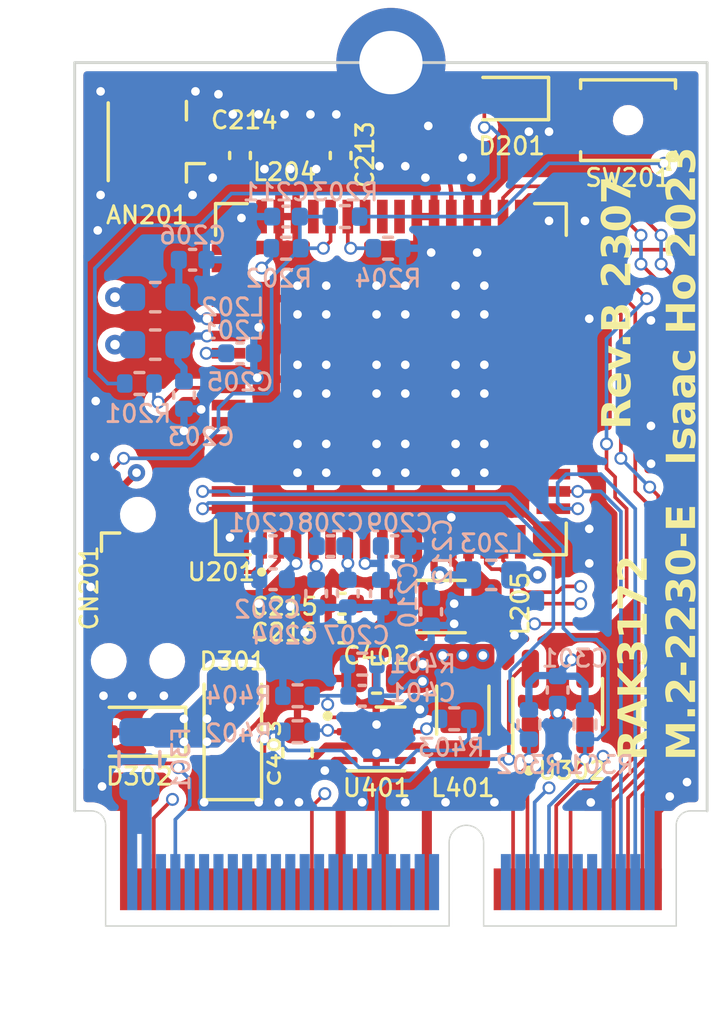
<source format=kicad_pcb>
(kicad_pcb (version 20221018) (generator pcbnew)
  (layers (0 "F.Cu" signal "Layer 1 Front Signals") (1 "In1.Cu" signal "Layer 2 Ground") (2 "In2.Cu" power "Layer 3 Power") (31 "B.Cu" signal "Layer 4 Back Signals") (34 "B.Paste" user) (35 "F.Paste" user) (36 "B.SilkS" user "B.Silkscreen") (37 "F.SilkS" user "F.Silkscreen") (38 "B.Mask" user) (39 "F.Mask" user) (44 "Edge.Cuts" user))
  (net 0 "")
  (net 1 "/RAK3172/RF_OUT_CONN")
  (net 2 "GND")
  (net 3 "3.3V")
  (net 4 "/RAK3172/VDDRF")
  (net 5 "/RAK3172/VDDPA")
  (net 6 "DFU_~{RST}")
  (net 7 "/RAK3172/VDDSMPS")
  (net 8 "/RAK3172/RF_OUT")
  (net 9 "/RAK3172/VFBSMPS")
  (net 10 "Net-(U401-FB)")
  (net 11 "+5V")
  (net 12 "/RAK3172/PA13{slash}SWDIO")
  (net 13 "/RAK3172/PA14{slash}SWCLK")
  (net 15 "Net-(D201-A)")
  (net 16 "/M.2 E-Key Connector/V_{CC}Fused")
  (net 17 "VCC")
  (net 18 "SPI_SCK")
  (net 19 "DFU_FC_TX")
  (net 20 "SPI_SDI")
  (net 21 "DFU_FC_RX")
  (net 22 "SPI_SDO")
  (net 24 "DFU_~{ACTIVE}")
  (net 27 "TX")
  (net 29 "RX")
  (net 30 "RTS")
  (net 32 "CTS")
  (net 33 "I2C_SDA")
  (net 35 "I2C_SCL")
  (net 37 "I2C_INT")
  (net 38 "/M.2 E-Key Connector/EEPROM_A2")
  (net 39 "/M.2 E-Key Connector/EEPROM_A1")
  (net 40 "USB_HOST_D+")
  (net 41 "/M.2 E-Key Connector/EEPROM_A0")
  (net 42 "USB_HOST_D-")
  (net 43 "A0")
  (net 44 "/M.2 E-Key Connector/EEPROM_WP")
  (net 45 "CAN_RX")
  (net 47 "CAN_TX")
  (net 50 "F0{slash}~{INT}")
  (net 52 "F1{slash}~{CS}")
  (net 54 "F2{slash}PWM")
  (net 56 "F3")
  (net 58 "F4")
  (net 60 "F5")
  (net 62 "F6")
  (net 64 "F7")
  (net 69 "DFU_~{BOOT}")
  (net 72 "USB_VIN")
  (net 73 "PWR_EN")
  (net 74 "P73_3.3V_NC")
  (net 75 "/RAK3172/VLXSMPS")
  (net 76 "Net-(U401-LX)")
  (net 77 "/RAK3172/PB1")
  (net 78 "Net-(SW201-B)")
  (net 79 "/RAK3172/BOOT0")
  (net 80 "/Power Supply/3.3VPG")
  (net 81 "/RAK3172/PC13")
  (net 82 "/RAK3172/PA15")
  (net 83 "/RAK3172/PB15")
  (net 84 "/RAK3172/PB5")
  (net 85 "/RAK3172/PB8")
  (net 86 "/RAK3172/PB9")
  (net 87 "/RAK3172/PC0")
  (net 88 "/RAK3172/PC1")
  (net 89 "/RAK3172/PC2")
  (net 90 "/RAK3172/PC3")
  (net 91 "/RAK3172/PC4")
  (net 92 "/RAK3172/PC5")
  (net 93 "/RAK3172/PC6")
  (net 98 "/RAK3172/PB11")
  (net 99 "/RAK3172/PB10")
  (net 100 "/RAK3172/PA9")
  (net 101 "/RAK3172/PA8")
  (net 102 "/RAK3172/PB2")
  (net 103 "/RAK3172/PB12")
  (net 104 "/RAK3172/PB13")
  (net 105 "/RAK3172/PB14")
  (net 106 "/RAK3172/PA10")
  (footprint "Capacitor_SMD:C_0402_1005Metric" (layer "F.Cu") (at 147.2 84.205 -90)
    (fp_text reference "C213")
    (fp_text value "DNF")
  )
  (footprint "Inductor_SMD:L_1206_3216Metric" (layer "F.Cu") (at 151.45 103.475 90)
    (fp_text reference "L401")
    (fp_text value "1uH")
  )
  (footprint "Package_DFN_QFN:DFN-8-1EP_2x2mm_P0.5mm_EP0.9x1.6mm" (layer "F.Cu") (at 148.4375 104.475)
    (fp_text reference "U401")
    (fp_text value "SY8883DFC")
  )
  (footprint "Inductor_SMD:L_1206_3216Metric" (layer "F.Cu") (at 150.7 99.875)
    (fp_text reference "L205")
    (fp_text value "15uH")
  )
  (footprint "Capacitor_SMD:C_0402_1005Metric" (layer "F.Cu") (at 147.25 99.775 180)
    (fp_text reference "C215")
    (fp_text value "470nF")
  )
  (footprint "Capacitor_SMD:C_0402_1005Metric" (layer "F.Cu") (at 143.7 84.205 -90)
    (fp_text reference "C214")
    (fp_text value "DNF")
  )
  (footprint "Capacitor_SMD:C_0603_1608Metric" (layer "F.Cu") (at 148.45 102.375 180)
    (fp_text reference "C402")
    (fp_text value "22uF")
  )
  (footprint "MyLibrary:LGA-73_12x12mm_P0.6mm" (layer "F.Cu") (at 148.95 91.975 90)
    (fp_text reference "U201")
    (fp_text value "RAK3172-SIP")
  )
  (footprint "Connector:Tag-Connect_TC2030-IDC-NL_2x03_P1.27mm_Vertical" (layer "F.Cu") (at 140.15 99.225 -90)
    (fp_text reference "CN201")
    (fp_text value "Conn_ARM_SWD_TagConnect_TC2030-NL")
  )
  (footprint "Inductor_SMD:L_0402_1005Metric" (layer "F.Cu") (at 145.435 83.725 180)
    (fp_text reference "L204")
    (fp_text value "0R")
  )
  (footprint "LED_SMD:LED_0603_1608Metric" (layer "F.Cu") (at 152.95 82.225 180)
    (fp_text reference "D201")
    (fp_text value "LED")
  )
  (footprint "NGFF:NGFF_E" (layer "F.Cu") (at 148.95 110.975)
    (fp_text reference "J301" hide)
    (fp_text value "Conn_02x38_Odd_Even" hide)
    (fp_line (start -11 -4) (end -10.425 -4) (stroke (width 0.05)) (layer "Edge.Cuts"))
    (fp_line (start -9.925 -3.5) (end -9.925 0) (stroke (width 0.05)) (layer "Edge.Cuts"))
    (fp_line (start -9.925 0) (end 0 0) (stroke (width 0.05)) (layer "Edge.Cuts"))
    (fp_line (start 0 0) (end 2.025 0) (stroke (width 0.05)) (layer "Edge.Cuts"))
    (fp_line (start 2.025 0) (end 2.025 -2.9) (stroke (width 0.05)) (layer "Edge.Cuts"))
    (fp_line (start 3.225 -2.9) (end 3.225 0) (stroke (width 0.05)) (layer "Edge.Cuts"))
    (fp_line (start 3.225 0) (end 9.925 0) (stroke (width 0.05)) (layer "Edge.Cuts"))
    (fp_line (start 9.925 0) (end 9.925 -3.5) (stroke (width 0.05)) (layer "Edge.Cuts"))
    (fp_line (start 10.425 -4) (end 11 -4) (stroke (width 0.05)) (layer "Edge.Cuts"))
    (fp_arc (start -10.425 -4) (mid -10.071447 -3.853553) (end -9.925 -3.5) (stroke (width 0.05)) (layer "Edge.Cuts"))
    (fp_arc (start 2.025 -2.9) (mid 2.625 -3.5) (end 3.225 -2.9) (stroke (width 0.05)) (layer "Edge.Cuts"))
    (fp_arc (start 9.925 -3.5) (mid 10.071447 -3.853553) (end 10.425 -4) (stroke (width 0.05)) (layer "Edge.Cuts"))
  )
  (footprint "Connector_Coaxial:U.FL_Hirose_U.FL-R-SMT-1_Vertical" (layer "F.Cu") (at 140.95 83.725 180)
    (fp_text reference "AN201")
    (fp_text value "Conn_Coaxial")
  )
  (footprint "MountingHole:MountingHole_2.2mm_M2_DIN965_Pad_TopBottom" (layer "F.Cu") (at 148.95 80.975)
    (fp_text reference "H301" hide)
    (fp_text value "MountingHole_Pad")
  )
  (footprint "Capacitor_SMD:C_0603_1608Metric" (layer "F.Cu") (at 145.7 104.95 90)
    (fp_text reference "C403")
    (fp_text value "10uF")
  )
  (footprint "Diode_SMD:D_SOD-323" (layer "F.Cu") (at 140.2 104.225 180)
    (fp_text reference "D302")
    (fp_text value "5V")
  )
  (footprint "Capacitor_SMD:C_0402_1005Metric" (layer "F.Cu") (at 147.25 100.775 180)
    (fp_text reference "C216")
    (fp_text value "100nF")
  )
  (footprint "Diode_SMD:D_SOD-123" (layer "F.Cu") (at 143.45 104.225 90)
    (fp_text reference "D301")
    (fp_text value "D_Schottky")
  )
  (footprint "Package_TO_SOT_SMD:SOT-23-5" (layer "F.Cu") (at 154.75 103.175 90)
    (fp_text reference "U302")
    (fp_text value "24LC01")
  )
  (footprint "Button_Switch_SMD:SW_SPST_B3U-1000P-B" (layer "F.Cu") (at 157.2 82.975)
    (fp_text reference "SW201")
    (fp_text value "SW_SPST")
  )
  (footprint "Capacitor_SMD:C_0402_1005Metric" (layer "B.Cu") (at 142.05 87.825)
    (fp_text reference "C206")
    (fp_text value "1uF")
  )
  (footprint "Resistor_SMD:R_0402_1005Metric" (layer "B.Cu") (at 153.75 103.975 -90)
    (fp_text reference "R302")
    (fp_text value "3.3k")
  )
  (footprint "Capacitor_SMD:C_0402_1005Metric" (layer "B.Cu") (at 147.95 102.975 180)
    (fp_text reference "C401")
    (fp_text value "10pF")
  )
  (footprint "Resistor_SMD:R_0402_1005Metric" (layer "B.Cu") (at 151.15 103.775 180)
    (fp_text reference "R403")
    (fp_text value "100k")
  )
  (footprint "Resistor_SMD:R_0402_1005Metric" (layer "B.Cu") (at 145.3 87.425 180)
    (fp_text reference "R202")
    (fp_text value "10k")
  )
  (footprint "Capacitor_SMD:C_0402_1005Metric" (layer "B.Cu") (at 141.75 92.525 -90)
    (fp_text reference "C203")
    (fp_text value "1uF")
  )
  (footprint "Resistor_SMD:R_0402_1005Metric" (layer "B.Cu") (at 147.35 86.325 180)
    (fp_text reference "R203")
    (fp_text value "1k")
  )
  (footprint "Capacitor_SMD:C_0402_1005Metric" (layer "B.Cu") (at 154.75 102.775 -90)
    (fp_text reference "C301")
    (fp_text value "100nF")
  )
  (footprint "Capacitor_SMD:C_0402_1005Metric" (layer "B.Cu") (at 145.3 86.325 180)
    (fp_text reference "C211")
    (fp_text value "100nF")
  )
  (footprint "Inductor_SMD:L_0603_1608Metric" (layer "B.Cu") (at 152.4375 98.775 180)
    (fp_text reference "L203")
    (fp_text value "120")
  )
  (footprint "Inductor_SMD:L_0603_1608Metric" (layer "B.Cu") (at 140.75 89.125 180)
    (fp_text reference "L202")
    (fp_text value "120")
  )
  (footprint "Capacitor_SMD:C_0402_1005Metric" (layer "B.Cu") (at 146.35 99.425 -90)
    (fp_text reference "C204")
    (fp_text value "1uF")
  )
  (footprint "Fuse:Fuse_0805_2012Metric" (layer "B.Cu") (at 140.2 105.175 90)
    (fp_text reference "F301")
    (fp_text value "0.5A")
  )
  (footprint "Resistor_SMD:R_0402_1005Metric" (layer "B.Cu") (at 155.7 103.975 -90)
    (fp_text reference "R301")
    (fp_text value "3.3k")
  )
  (footprint "Inductor_SMD:L_0603_1608Metric" (layer "B.Cu") (at 140.75 90.775 180)
    (fp_text reference "L201")
    (fp_text value "120")
  )
  (footprint "Resistor_SMD:R_0402_1005Metric" (layer "B.Cu") (at 145.7 104.225)
    (fp_text reference "R402")
    (fp_text value "100k")
  )
  (footprint "Resistor_SMD:R_0402_1005Metric" (layer "B.Cu") (at 147.95 101.875 180)
    (fp_text reference "R401")
    (fp_text value "100k")
  )
  (footprint "Capacitor_SMD:C_0402_1005Metric" (layer "B.Cu") (at 143.7 91.075)
    (fp_text reference "C205")
    (fp_text value "100nF")
  )
  (footprint "Capacitor_SMD:C_0402_1005Metric" (layer "B.Cu") (at 148.6 99.425 -90)
    (fp_text reference "C210")
    (fp_text value "100nF")
  )
  (footprint "Resistor_SMD:R_0402_1005Metric" (layer "B.Cu") (at 140.2 92.125 180)
    (fp_text reference "R201")
    (fp_text value "3.3k")
  )
  (footprint "Resistor_SMD:R_0402_1005Metric" (layer "B.Cu") (at 145.7 102.975 180)
    (fp_text reference "R404")
    (fp_text value "22.1k")
  )
  (footprint "Resistor_SMD:R_0402_1005Metric" (layer "B.Cu") (at 148.85 87.425)
    (fp_text reference "R204")
    (fp_text value "10k")
  )
  (footprint "Capacitor_SMD:C_0402_1005Metric" (layer "B.Cu") (at 144.85 98.925 180)
    (fp_text reference "C202")
    (fp_text value "100nF")
  )
  (footprint "Capacitor_SMD:C_0402_1005Metric" (layer "B.Cu") (at 149.08 97.775)
    (fp_text reference "C209")
    (fp_text value "1uF")
  )
  (footprint "Capacitor_SMD:C_0402_1005Metric" (layer "B.Cu") (at 144.85 97.775 180)
    (fp_text reference "C201")
    (fp_text value "4.7uF")
  )
  (footprint "Capacitor_SMD:C_0402_1005Metric" (layer "B.Cu") (at 146.85 97.775 180)
    (fp_text reference "C208")
    (fp_text value "100nF")
  )
  (footprint "Capacitor_SMD:C_0402_1005Metric" (layer "B.Cu") (at 150.35 100.055 -90)
    (fp_text reference "C212")
    (fp_text value "100nF")
  )
  (footprint "Capacitor_SMD:C_0402_1005Metric" (layer "B.Cu") (at 147.45 99.425 -90)
    (fp_text reference "C207")
    (fp_text value "4.7uF")
  )
  (gr_circle (center 146.75 103.675) (end 146.85 103.675) (stroke (width 0.1524)) (fill solid) (layer "F.SilkS"))
  (gr_circle (center 153.75 105.575) (end 153.85 105.575) (stroke (width 0.1524)) (fill solid) (layer "F.SilkS"))
  (gr_line (start 137.95 106.975) (end 137.95 80.975) (stroke (width 0.1)) (layer "Edge.Cuts"))
  (gr_line (start 137.95 80.975) (end 159.95 80.975) (stroke (width 0.1)) (layer "Edge.Cuts"))
  (gr_line (start 159.95 80.975) (end 159.95 106.975) (stroke (width 0.1)) (layer "Edge.Cuts"))
  (gr_text "Isaac Ho 2023" (at 159.7 94.975 90) (layer "F.SilkS") (effects (font (size 1 1) (thickness 0.1524) bold) (justify left bottom)))
  (gr_text "Rev.B 2307" (at 157.45 93.725 90) (layer "F.SilkS") (effects (font (size 1 1) (thickness 0.1524) bold) (justify left bottom)))
  (gr_text "RAK3172\nM.2-2230-E" (at 159.7 105.225 90) (layer "F.SilkS") (effects (font (size 1 1) (thickness 0.1524) bold) (justify left bottom)))
  (segment (start 144.95 83.725) (end 143.7 83.725) (width 0.156464) (layer "F.Cu") (net 1))
  (segment (start 143.7 83.725) (end 142 83.725) (width 0.156464) (layer "F.Cu") (net 1))
  (segment (start 153.517245 96.584981) (end 154.052606 97.120342) (width 0.1524) (layer "F.Cu") (net 2))
  (segment (start 147.867061 103.24726) (end 148.137967 103.24726) (width 0.1524) (layer "F.Cu") (net 2))
  (segment (start 159.571768 105.553232) (end 159.571768 87.596768) (width 0.156464) (layer "F.Cu") (net 2))
  (segment (start 143.187868 105.027132) (end 143.44 104.775) (width 0.1524) (layer "F.Cu") (net 2))
  (segment (start 139.05 106.125) (end 138.9 106.125) (width 0.34925) (layer "F.Cu") (net 2))
  (segment (start 142.7 105.115) (end 142.975736 105.115) (width 0.1524) (layer "F.Cu") (net 2))
  (segment (start 151.05 98.275) (end 151.25 98.475) (width 0.254) (layer "F.Cu") (net 2))
  (segment (start 150.2 109.7) (end 150.2 106.775) (width 0.34925) (layer "F.Cu") (net 2))
  (segment (start 158.2 109.7) (end 158.2 106.975) (width 0.34925) (layer "F.Cu") (net 2))
  (segment (start 149.45 103.725) (end 149.687652 103.725) (width 0.254) (layer "F.Cu") (net 2))
  (segment (start 151.25 99.675) (end 151.15 99.775) (width 0.254) (layer "F.Cu") (net 2))
  (segment (start 146.69066 88.015002) (end 146.477805 88.015002) (width 0.1524) (layer "F.Cu") (net 2))
  (segment (start 145.018284 88.16658) (end 145.033334 88.15153) (width 0.1524) (layer "F.Cu") (net 2))
  (segment (start 149.687652 103.725) (end 149.960746 103.451906) (width 0.254) (layer "F.Cu") (net 2))
  (segment (start 147.2 109.7) (end 147.2 106.775) (width 0.34925) (layer "F.Cu") (net 2))
  (segment (start 148.137967 103.24726) (end 148.205693 103.179534) (width 0.1524) (layer "F.Cu") (net 2))
  (segment (start 153.95 86.975) (end 153.7 87.225) (width 0.1524) (layer "F.Cu") (net 2))
  (segment (start 147.675 102.375) (end 147.675 103.055199) (width 0.1524) (layer "F.Cu") (net 2))
  (segment (start 145.018284 88.379435) (end 145.018284 88.16658) (width 0.1524) (layer "F.Cu") (net 2))
  (segment (start 144.265835 96.605843) (end 143.869152 97.002526) (width 0.1524) (layer "F.Cu") (net 2))
  (segment (start 151.68 81.345) (end 154.1736 81.345) (width 0.127) (layer "F.Cu") (net 2))
  (segment (start 148.205693 103.179534) (end 148.408872 102.976355) (width 0.1524) (layer "F.Cu") (net 2))
  (segment (start 151.25 98.475) (end 151.25 99.675) (width 0.254) (layer "F.Cu") (net 2))
  (segment (start 147 105.225) (end 146.65 105.575) (width 0.254) (layer "F.Cu") (net 2))
  (segment (start 148.408872 102.976355) (end 148.408872 101.699227) (width 0.254) (layer "F.Cu") (net 2))
  (segment (start 148.7 109.7) (end 148.7 106.775) (width 0.34925) (layer "F.Cu") (net 2))
  (segment (start 154.75 103.575) (end 154.75 104.3125) (width 0.254) (layer "F.Cu") (net 2))
  (segment (start 144.394032 87.453101) (end 143.871571 86.93064) (width 0.1524) (layer "F.Cu") (net 2))
  (segment (start 144.574635 87.453101) (end 144.394032 87.453101) (width 0.1524) (layer "F.Cu") (net 2))
  (segment (start 158.2 106.975) (end 158.5 106.675) (width 0.34925) (layer "F.Cu") (net 2))
  (segment (start 139.7 106.775) (end 139.05 106.125) (width 0.34925) (layer "F.Cu") (net 2))
  (segment (start 151.05 97.625) (end 151.05 98.275) (width 0.254) (layer "F.Cu") (net 2))
  (segment (start 147.425 105.225) (end 147 105.225) (width 0.254) (layer "F.Cu") (net 2))
  (segment (start 154.75 103.575) (end 154.75 103.365216) (width 0.508) (layer "F.Cu") (net 2))
  (segment (start 159.58 81.795) (end 159.58 84.2886) (width 0.127) (layer "F.Cu") (net 2))
  (segment (start 147.675 103.055199) (end 147.867061 103.24726) (width 0.254) (layer "F.Cu") (net 2))
  (segment (start 154.75 104.3125) (end 154.75 105.083466) (width 0.127) (layer "F.Cu") (net 2))
  (segment (start 143.96 104.255) (end 144.37 103.845) (width 0.156464) (layer "F.Cu") (net 2))
  (segment (start 139.7 109.7) (end 139.7 106.775) (width 0.34925) (layer "F.Cu") (net 2))
  (via (at 155.85 89.875) (size 0.45) (drill 0.3) (layers "F.Cu" "B.Cu") (net 2))
  (via (at 147.05 82.775) (size 0.6) (drill 0.3) (layers "F.Cu" "B.Cu") (net 2))
  (via (at 152.55 106.675) (size 0.45) (drill 0.3) (layers "F.Cu" "B.Cu") (net 2))
  (via (at 145.7 95.225) (size 0.6) (drill 0.3) (layers "F.Cu" "B.Cu") (net 2))
  (via (at 149.45 89.725) (size 0.6) (drill 0.3) (layers "F.Cu" "B.Cu") (net 2))
  (via (at 142.35 93.025) (size 0.45) (drill 0.3) (layers "F.Cu" "B.Cu") (net 2))
  (via (at 151.05 96.775) (size 0.45) (drill 0.3) (layers "F.Cu" "B.Cu") (net 2))
  (via (at 155.90267 106.680949) (size 0.45) (drill 0.3) (layers "F.Cu" "B.Cu") (net 2))
  (via (at 141.05 102.975) (size 0.45) (drill 0.3) (layers "F.Cu" "B.Cu") (net 2))
  (via (at 145.25 82.775) (size 0.6) (drill 0.3) (layers "F.Cu" "B.Cu") (net 2))
  (via (at 149.45 91.475) (size 0.6) (drill 0.3) (layers "F.Cu" "B.Cu") (net 2))
  (via (at 145.45 84.675) (size 0.6) (drill 0.3) (layers "F.Cu" "B.Cu") (net 2))
  (via (at 151.2 91.475) (size 0.6) (drill 0.3) (layers "F.Cu" "B.Cu") (net 2))
  (via (at 142.95 82.075) (size 0.6) (drill 0.3) (layers "F.Cu" "B.Cu") (net 2))
  (via (at 148.45 91.475) (size 0.6) (drill 0.3) (layers "F.Cu" "B.Cu") (net 2))
  (via (at 148.45 103.975) (size 0.45) (drill 0.3) (layers "F.Cu" "B.Cu") (net 2))
  (via (at 143.35 97.475) (size 0.45) (drill 0.3) (layers "F.Cu" "B.Cu") (net 2))
  (via (at 138.85 81.975) (size 0.6) (drill 0.3) (layers "F.Cu" "B.Cu") (net 2))
  (via (at 158.65 106.475) (size 0.45) (drill 0.3) (layers "F.Cu" "B.Cu") (net 2))
  (via (at 152.2 91.475) (size 0.6) (drill 0.3) (layers "F.Cu" "B.Cu") (net 2))
  (via (at 142.05 85.575) (size 0.6) (drill 0.3) (layers "F.Cu" "B.Cu") (net 2))
  (via (at 146.15 82.775) (size 0.6) (drill 0.3) (layers "F.Cu" "B.Cu") (net 2))
  (via (at 141.75 93.775) (size 0.45) (drill 0.3) (layers "F.Cu" "B.Cu") (net 2))
  (via (at 152.2 88.725) (size 0.6) (drill 0.3) (layers "F.Cu" "B.Cu") (net 2))
  (via (at 144.55 84.675) (size 0.6) (drill 0.3) (layers "F.Cu" "B.Cu") (net 2))
  (via (at 139.95 102.975) (size 0.45) (drill 0.3) (layers "F.Cu" "B.Cu") (net 2))
  (via (at 147.95 106.675) (size 0.45) (drill 0.3) (layers "F.Cu" "B.Cu") (net 2))
  (via (at 151.15 99.775) (size 0.6) (drill 0.3) (layers "F.Cu" "B.Cu") (net 2))
  (via (at 151.2 94.225) (size 0.6) (drill 0.3) (layers "F.Cu" "B.Cu") (net 2))
  (via (at 144.35 106.675) (size 0.45) (drill 0.3) (layers "F.Cu" "B.Cu") (net 2))
  (via (at 148.45 88.725) (size 0.6) (drill 0.3) (layers "F.Cu" "B.Cu") (net 2))
  (via (at 144.3 91.925) (size 0.45) (drill 0.3) (layers "F.Cu" "B.Cu") (net 2))
  (via (at 154.75 105.083466) (size 0.6) (drill 0.3) (layers "F.Cu" "B.Cu") (net 2))
  (via (at 148.45 92.475) (size 0.6) (drill 0.3) (layers "F.Cu" "B.Cu") (net 2))
  (via (at 146.7 92.475) (size 0.6) (drill 0.3) (layers "F.Cu" "B.Cu") (net 2))
  (via (at 148.450652 104.96) (size 0.45) (drill 0.3) (layers "F.Cu" "B.Cu") (net 2))
  (via (at 149.45 94.225) (size 0.6) (drill 0.3) (layers "F.Cu" "B.Cu") (net 2))
  (via (at 143.45 82.775) (size 0.6) (drill 0.3) (layers "F.Cu" "B.Cu") (net 2))
  (via (at 145.7 88.725) (size 0.6) (drill 0.3) (layers "F.Cu" "B.Cu") (net 2))
  (via (at 149.45 84.575) (size 0.6) (drill 0.3) (layers "F.Cu" "B.Cu") (net 2))
  (via (at 142.45 106.675) (size 0.45) (drill 0.3) (layers "F.Cu" "B.Cu") (net 2))
  (via (at 152.2 95.225) (size 0.6) (drill 0.3) (layers "F.Cu" "B.Cu") (net 2))
  (via (at 150.25 83.175) (size 0.6) (drill 0.3) (layers "F.Cu" "B.Cu") (net 2))
  (via (at 145.7 91.475) (size 0.6) (drill 0.3) (layers "F.Cu" "B.Cu") (net 2))
  (via (at 138.9 106.125) (size 0.6) (drill 0.3) (layers "F.Cu" "B.Cu") (net 2))
  (via (at 155.7 86.475) (size 0.45) (drill 0.3) (layers "F.Cu" "B.Cu") (net 2))
  (via (at 148.45 94.225) (size 0.6) (drill 0.3) (layers "F.Cu" "B.Cu") (net 2))
  (via (at 152.2 94.225) (size 0.6) (drill 0.3) (layers "F.Cu" "B.Cu") (net 2))
  (via (at 145.05 106.675) (size 0.45) (drill 0.3) (layers "F.Cu" "B.Cu") (net 2))
  (via (at 155.85 97.175) (size 0.45) (drill 0.3) (layers "F.Cu" "B.Cu") (net 2))
  (via (at 154.45 86.475) (size 0.45) (drill 0.3) (layers "F.Cu" "B.Cu") (net 2))
  (via (at 149.45 92.475) (size 0.6) (drill 0.3) (layers "F.Cu" "B.Cu") (net 2))
  (via (at 154.45 83.375) (size 0.45) (drill 0.3) (layers "F.Cu" "B.Cu") (net 2))
  (via (at 138.85 85.575) (size 0.6) (drill 0.3) (layers "F.Cu" "B.Cu") (net 2))
  (via (at 155.85 98.375) (size 0.45) (drill 0.3) (layers "F.Cu" "B.Cu") (net 2))
  (via (at 151.2 89.725) (size 0.6) (drill 0.3) (layers "F.Cu" "B.Cu") (net 2))
  (via (at 150.15 84.975) (size 0.6) (drill 0.3) (layers "F.Cu" "B.Cu") (net 2))
  (via (at 149.45 95.225) (size 0.6) (drill 0.3) (layers "F.Cu" "B.Cu") (net 2))
  (via (at 144.35 82.775) (size 0.6) (drill 0.3) (layers "F.Cu" "B.Cu") (net 2))
  (via (at 151.15 100.475) (size 0.6) (drill 0.3) (layers "F.Cu" "B.Cu") (net 2))
  (via (at 149.960746 103.451906) (size 0.6) (drill 0.3) (layers "F.Cu" "B.Cu") (net 2))
  (via (at 151.2 95.225) (size 0.6) (drill 0.3) (layers "F.Cu" "B.Cu") (net 2))
  (via (at 142.75 84.975) (size 0.6) (drill 0.3) (layers "F.Cu" "B.Cu") (net 2))
  (via (at 138.75 86.805) (size 0.45) (drill 0.3) (layers "F.Cu" "B.Cu") (net 2))
  (via (at 138.95 102.975) (size 0.45) (drill 0.3) (layers "F.Cu" "B.Cu") (net 2))
  (via (at 145.7 94.225) (size 0.6) (drill 0.3) (layers "F.Cu" "B.Cu") (net 2))
  (via (at 138.5 99.195) (size 0.45) (drill 0.3) (layers "F.Cu" "B.Cu") (net 2))
  (via (at 151.95 87.575) (size 0.45) (drill 0.3) (layers "F.Cu" "B.Cu") (net 2))
  (via (at 151.45 84.275) (size 0.6) (drill 0.3) (layers "F.Cu" "B.Cu") (net 2))
  (via (at 149.45 88.725) (size 0.6) (drill 0.3) (layers "F.Cu" "B.Cu") (net 2))
  (via (at 151.2 88.725) (size 0.6) (drill 0.3) (layers "F.Cu" "B.Cu") (net 2))
  (via (at 151.75 84.975) (size 0.6) (drill 0.3) (layers "F.Cu" "B.Cu") (net 2))
  (via (at 149.45 106.675) (size 0.45) (drill 0.3) (layers "F.Cu" "B.Cu") (net 2))
  (via (at 157.996159 89.931828) (size 0.45) (drill 0.3) (layers "F.Cu" "B.Cu") (net 2))
  (via (at 146.7 94.225) (size 0.6) (drill 0.3) (layers "F.Cu" "B.Cu") (net 2))
  (via (at 152.2 92.475) (size 0.6) (drill 0.3) (layers "F.Cu" "B.Cu") (net 2))
  (via (at 145.7 89.725) (size 0.6) (drill 0.3) (layers "F.Cu" "B.Cu") (net 2))
  (via (at 148.45 95.225) (size 0.6) (drill 0.3) (layers "F.Cu" "B.Cu") (net 2))
  (via (at 150.85 106.675) (size 0.45) (drill 0.3) (layers "F.Cu" "B.Cu") (net 2))
  (via (at 148.55 84.575) (size 0.6) (drill 0.3) (layers "F.Cu" "B.Cu") (net 2))
  (via (at 146.65 105.575) (size 0.45) (drill 0.3) (layers "F.Cu" "B.Cu") (net 2))
  (via (at 144.35 90.175) (size 0.45) (drill 0.3) (layers "F.Cu" "B.Cu") (net 2))
  (via (at 138.65 94.675) (size 0.45) (drill 0.3) (layers "F.Cu" "B.Cu") (net 2))
  (via (at 146.7 89.725) (size 0.6) (drill 0.3) (layers "F.Cu" "B.Cu") (net 2))
  (via (at 142.15 81.975) (size 0.6) (drill 0.3) (layers "F.Cu" "B.Cu") (net 2))
  (via (at 146.7 95.225) (size 0.6) (drill 0.3) (layers "F.Cu" "B.Cu") (net 2))
  (via (at 151.2 92.475) (size 0.6) (drill 0.3) (layers "F.Cu" "B.Cu") (net 2))
  (via (at 153.75 83.375) (size 0.45) (drill 0.3) (layers "F.Cu" "B.Cu") (net 2))
  (via (at 158.000459 94.913483) (size 0.45) (drill 0.3) (layers "F.Cu" "B.Cu") (net 2))
  (via (at 138.68 92.735) (size 0.45) (drill 0.3) (layers "F.Cu" "B.Cu") (net 2))
  (via (at 152.2 89.725) (size 0.6) (drill 0.3) (layers "F.Cu" "B.Cu") (net 2))
  (via (at 145.75 106.675) (size 0.45) (drill 0.3) (layers "F.Cu" "B.Cu") (net 2))
  (via (at 153.25 100.875) (size 0.45) (drill 0.3) (layers "F.Cu" "B.Cu") (net 2))
  (via (at 145.45 99.875) (size 0.45) (drill 0.3) (layers "F.Cu" "B.Cu") (net 2))
  (via (at 146.35 84.675) (size 0.6) (drill 0.3) (layers "F.Cu" "B.Cu") (net 2))
  (via (at 159.25 105.975) (size 0.45) (drill 0.3) (layers "F.Cu" "B.Cu") (net 2))
  (via (at 148.45 89.725) (size 0.6) (drill 0.3) (layers "F.Cu" "B.Cu") (net 2))
  (via (at 144.35 99.775) (size 0.45) (drill 0.3) (layers "F.Cu" "B.Cu") (net 2))
  (via (at 150.35 87.575) (size 0.45) (drill 0.3) (layers "F.Cu" "B.Cu") (net 2))
  (via (at 154.75 103.575) (size 0.45) (drill 0.3) (layers "F.Cu" "B.Cu") (net 2))
  (via (at 143.75 86.375) (size 0.45) (drill 0.3) (layers "F.Cu" "B.Cu") (net 2))
  (via (at 145.7 92.475) (size 0.6) (drill 0.3) (layers "F.Cu" "B.Cu") (net 2))
  (via (at 146.7 88.725) (size 0.6) (drill 0.3) (layers "F.Cu" "B.Cu") (net 2))
  (via (at 146.7 91.475) (size 0.6) (drill 0.3) (layers "F.Cu" "B.Cu") (net 2))
  (via (at 157.996159 93.597655) (size 0.45) (drill 0.3) (layers "F.Cu" "B.Cu") (net 2))
  (via (at 145.95 100.775) (size 0.45) (drill 0.3) (layers "F.Cu" "B.Cu") (net 2))
  (arc (start 142.975736 105.115) (mid 143.090541 105.092164) (end 143.187868 105.027132) (width 0.1524) (layer "F.Cu") (net 2))
  (segment (start 138.3262 92.0512) (end 138.3262 87.675) (width 0.1524) (layer "B.Cu") (net 2))
  (segment (start 156.45 106.675) (end 155.908619 106.675) (width 0.34925) (layer "B.Cu") (net 2))
  (segment (start 150.15 97.075) (end 150.55 97.475) (width 0.254) (layer "B.Cu") (net 2))
  (segment (start 154.75 103.255) (end 154.75 103.575) (width 0.254) (layer "B.Cu") (net 2))
  (segment (start 149.2 97.075) (end 146.1 97.075) (width 0.254) (layer "B.Cu") (net 2))
  (segment (start 150.35 100.535) (end 151.09 100.535) (width 0.254) (layer "B.Cu") (net 2))
  (segment (start 144.6 97.075) (end 143.6 97.075) (width 0.254) (layer "B.Cu") (net 2))
  (segment (start 151.09 100.535) (end 151.15 100.475) (width 0.254) (layer "B.Cu") (net 2))
  (segment (start 146.2 106.905) (end 147.125 106.905) (width 0.141986) (layer "B.Cu") (net 2))
  (segment (start 157.95 109.45) (end 157.95 106.775) (width 0.34925) (layer "B.Cu") (net 2))
  (segment (start 155.908619 106.675) (end 155.90267 106.680949) (width 0.34925) (layer "B.Cu") (net 2))
  (segment (start 144.6 97.075) (end 144.37 97.305) (width 0.254) (layer "B.Cu") (net 2))
  (segment (start 146.37 97.775) (end 146.37 97.345) (width 0.254) (layer "B.Cu") (net 2))
  (segment (start 156.45 109.45) (end 156.45 106.675) (width 0.34925) (layer "B.Cu") (net 2))
  (segment (start 149.56 97.435) (end 149.2 97.075) (width 0.254) (layer "B.Cu") (net 2))
  (segment (start 149.2 97.075) (end 150.15 97.075) (width 0.254) (layer "B.Cu") (net 2))
  (segment (start 146.37 97.345) (end 146.1 97.075) (width 0.254) (layer "B.Cu") (net 2))
  (segment (start 149.56 97.775) (end 149.56 97.435) (width 0.254) (layer "B.Cu") (net 2))
  (segment (start 144.37 97.305) (end 144.37 97.775) (width 0.254) (layer "B.Cu") (net 2))
  (segment (start 146.1 97.075) (end 144.6 97.075) (width 0.254) (layer "B.Cu") (net 2))
  (segment (start 143.6 97.075) (end 143.4 97.275) (width 0.254) (layer "B.Cu") (net 2))
  (segment (start 139.25 97.69) (end 139.25 96.075) (width 0.254) (layer "F.Cu") (net 3))
  (segment (start 146.25 98.375) (end 146.350001 98.475001) (width 0.254) (layer "F.Cu") (net 3))
  (segment (start 143.3 91.075) (end 142.5265 91.075) (width 0.254) (layer "F.Cu") (net 3))
  (segment (start 148.05 98.375) (end 148.05 97.625) (width 0.254) (layer "F.Cu") (net 3))
  (segment (start 147.45 98.375) (end 147.45 97.625) (width 0.254) (layer "F.Cu") (net 3))
  (segment (start 139.515 97.955) (end 139.25 97.69) (width 0.254) (layer "F.Cu") (net 3))
  (segment (start 155.3875 101.725) (end 155.7 102.0375) (width 0.254) (layer "F.Cu") (net 3))
  (segment (start 139.25 96.075) (end 140.1 95.225) (width 0.254) (layer "F.Cu") (net 3))
  (segment (start 146.25 97.625) (end 146.25 98.375) (width 0.254) (layer "F.Cu") (net 3))
  (segment (start 155.232578 101.725) (end 155.3875 101.725) (width 0.254) (layer "F.Cu") (net 3))
  (segment (start 145.65 98.375) (end 145.65 97.625) (width 0.254) (layer "F.Cu") (net 3))
  (via (at 150.05 102.475) (size 0.45) (drill 0.3) (layers "F.Cu" "B.Cu") (net 3))
  (via (at 147.45 98.375) (size 0.45) (drill 0.3) (layers "F.Cu" "B.Cu") (net 3))
  (via (at 155.232578 101.725) (size 0.45) (drill 0.3) (layers "F.Cu" "B.Cu") (net 3))
  (via (at 144.456114 88.112627) (size 0.45) (drill 0.3) (layers "F.Cu" "B.Cu") (net 3))
  (via (at 142.5265 91.075) (size 0.45) (drill 0.3) (layers "F.Cu" "B.Cu") (net 3))
  (via (at 139.35 89.125) (size 0.6858) (drill 0.3302) (layers "F.Cu" "B.Cu") (net 3))
  (via (at 152.15 101.575) (size 0.45) (drill 0.3) (layers "F.Cu" "B.Cu") (net 3))
  (via (at 151.45 101.575) (size 0.45) (drill 0.3) (layers "F.Cu" "B.Cu") (net 3))
  (via (at 148.05 98.375) (size 0.45) (drill 0.3) (layers "F.Cu" "B.Cu") (net 3))
  (via (at 150.05 101.875) (size 0.45) (drill 0.3) (layers "F.Cu" "B.Cu") (net 3))
  (via (at 150.75 101.575) (size 0.45) (drill 0.3) (layers "F.Cu" "B.Cu") (net 3))
  (via (at 140.1 95.225) (size 0.6) (drill 0.3) (layers "F.Cu" "B.Cu") (net 3))
  (via (at 139.35 90.775) (size 0.6858) (drill 0.3302) (layers "F.Cu" "B.Cu") (net 3))
  (via (at 146.350001 98.475001) (size 0.45) (drill 0.3) (layers "F.Cu" "B.Cu") (net 3))
  (via (at 145.65 98.375) (size 0.45) (drill 0.3) (layers "F.Cu" "B.Cu") (net 3))
  (via (at 154.05 98.775) (size 0.6) (drill 0.3) (layers "F.Cu" "B.Cu") (net 3))
  (segment (start 148.6 97.855) (end 148.55 97.805) (width 0.254) (layer "B.Cu") (net 3))
  (segment (start 147.45 98.945) (end 147.45 98.375) (width 0.254) (layer "B.Cu") (net 3))
  (segment (start 149.15 102.975) (end 148.43 102.975) (width 0.156464) (layer "B.Cu") (net 3))
  (segment (start 146.35 98.945) (end 146.35 98.475002) (width 0.254) (layer "B.Cu") (net 3))
  (segment (start 144.79 87.778741) (end 144.456114 88.112627) (width 0.127) (layer "B.Cu") (net 3))
  (segment (start 148.46 101.875) (end 148.46 102.945) (width 0.254) (layer "B.Cu") (net 3))
  (segment (start 148.55 98.375) (end 148.6 98.425) (width 0.254) (layer "B.Cu") (net 3))
  (segment (start 155.7 103.465) (end 155.7 102.575) (width 0.254) (layer "B.Cu") (net 3))
  (segment (start 155.232578 101.725) (end 154.75 102.207578) (width 0.254) (layer "B.Cu") (net 3))
  (segment (start 146.35 98.475002) (end 146.350001 98.475001) (width 0.254) (layer "B.Cu") (net 3))
  (segment (start 148.05 98.375) (end 148.55 98.375) (width 0.254) (layer "B.Cu") (net 3))
  (segment (start 148.6 98.425) (end 148.6 97.855) (width 0.254) (layer "B.Cu") (net 3))
  (segment (start 154 102.275) (end 154.73 102.275) (width 0.254) (layer "B.Cu") (net 3))
  (segment (start 153.225 98.775) (end 154.05 98.775) (width 0.254) (layer "B.Cu") (net 3))
  (segment (start 139.9625 90.775) (end 139.35 90.775) (width 0.254) (layer "B.Cu") (net 3))
  (segment (start 153.75 102.525) (end 154 102.275) (width 0.254) (layer "B.Cu") (net 3))
  (segment (start 148.6 98.945) (end 148.6 98.425) (width 0.254) (layer "B.Cu") (net 3))
  (segment (start 147.45 97.895) (end 147.45 98.375) (width 0.254) (layer "B.Cu") (net 3))
  (segment (start 150.05 102.475) (end 149.65 102.475) (width 0.156464) (layer "B.Cu") (net 3))
  (segment (start 153.75 103.465) (end 153.75 102.525) (width 0.254) (layer "B.Cu") (net 3))
  (segment (start 139.9625 89.125) (end 139.35 89.125) (width 0.254) (layer "B.Cu") (net 3))
  (segment (start 143.22 91.075) (end 142.5265 91.075) (width 0.254) (layer "B.Cu") (net 3))
  (segment (start 144.79 87.425) (end 144.79 87.778741) (width 0.127) (layer "B.Cu") (net 3))
  (segment (start 154.73 102.275) (end 154.75 102.295) (width 0.254) (layer "B.Cu") (net 3))
  (segment (start 155.42 102.295) (end 154.75 102.295) (width 0.254) (layer "B.Cu") (net 3))
  (segment (start 147.33 97.775) (end 147.45 97.895) (width 0.254) (layer "B.Cu") (net 3))
  (segment (start 145.33 97.775) (end 145.33 98.055) (width 0.254) (layer "B.Cu") (net 3))
  (segment (start 145.33 98.695) (end 145.65 98.375) (width 0.254) (layer "B.Cu") (net 3))
  (segment (start 145.33 98.925) (end 145.33 98.695) (width 0.254) (layer "B.Cu") (net 3))
  (segment (start 154.75 102.207578) (end 154.75 102.295) (width 0.254) (layer "B.Cu") (net 3))
  (segment (start 145.33 98.055) (end 145.65 98.375) (width 0.254) (layer "B.Cu") (net 3))
  (segment (start 155.7 102.575) (end 155.42 102.295) (width 0.254) (layer "B.Cu") (net 3))
  (segment (start 149.65 102.475) (end 149.15 102.975) (width 0.156464) (layer "B.Cu") (net 3))
  (segment (start 148.46 102.945) (end 148.43 102.975) (width 0.254) (layer "B.Cu") (net 3))
  (segment (start 143.3 90.475) (end 142.55 90.475) (width 0.254) (layer "F.Cu") (net 4))
  (via (at 142.55 90.475) (size 0.45) (drill 0.3) (layers "F.Cu" "B.Cu") (net 4))
  (segment (start 141.5375 91.3625) (end 141.5375 90.775) (width 0.254) (layer "B.Cu") (net 4))
  (segment (start 141.75 91.575) (end 141.5375 91.3625) (width 0.254) (layer "B.Cu") (net 4))
  (segment (start 141.75 92.045) (end 141.75 91.575) (width 0.254) (layer "B.Cu") (net 4))
  (segment (start 141.5375 90.775) (end 141.8 90.775) (width 0.254) (layer "B.Cu") (net 4))
  (segment (start 142.1 90.475) (end 142.55 90.475) (width 0.254) (layer "B.Cu") (net 4))
  (segment (start 141.8 90.775) (end 142.1 90.475) (width 0.254) (layer "B.Cu") (net 4))
  (segment (start 143.3 89.875) (end 142.55 89.875) (width 0.254) (layer "F.Cu") (net 5))
  (via (at 142.55 89.875) (size 0.45) (drill 0.3) (layers "F.Cu" "B.Cu") (net 5))
  (segment (start 142.55 89.875) (end 142.25 89.875) (width 0.254) (layer "B.Cu") (net 5))
  (segment (start 142.25 89.875) (end 141.5375 89.1625) (width 0.254) (layer "B.Cu") (net 5))
  (segment (start 141.57 87.825) (end 141.57 89.0925) (width 0.254) (layer "B.Cu") (net 5))
  (segment (start 141.5375 89.1625) (end 141.5375 89.125) (width 0.254) (layer "B.Cu") (net 5))
  (segment (start 141.57 89.0925) (end 141.5375 89.125) (width 0.254) (layer "B.Cu") (net 5))
  (segment (start 138.8 105.325) (end 138.35 104.875) (width 0.127) (layer "F.Cu") (net 6))
  (segment (start 138.35 104.875) (end 138.35 100.39) (width 0.127) (layer "F.Cu") (net 6))
  (segment (start 141.4 105.325) (end 138.8 105.325) (width 0.127) (layer "F.Cu") (net 6))
  (segment (start 138.35 100.39) (end 139.515 99.225) (width 0.127) (layer "F.Cu") (net 6))
  (segment (start 141.55 105.475) (end 141.4 105.325) (width 0.127) (layer "F.Cu") (net 6))
  (segment (start 146.85 86.325) (end 146.85 87.175) (width 0.127) (layer "F.Cu") (net 6))
  (segment (start 138.85 95.525) (end 139.65 94.725) (width 0.127) (layer "F.Cu") (net 6))
  (segment (start 146.85 87.175) (end 146.6 87.425) (width 0.127) (layer "F.Cu") (net 6))
  (segment (start 138.85 98.56) (end 138.85 95.525) (width 0.127) (layer "F.Cu") (net 6))
  (segment (start 139.515 99.225) (end 138.85 98.56) (width 0.127) (layer "F.Cu") (net 6))
  (via (at 139.65 94.725) (size 0.45) (drill 0.3) (layers "F.Cu" "B.Cu") (net 6))
  (via (at 141.55 105.475) (size 0.45) (drill 0.3) (layers "F.Cu" "B.Cu") (net 6))
  (via (at 146.6 87.425) (size 0.45) (drill 0.3) (layers "F.Cu" "B.Cu") (net 6))
  (segment (start 141.95 105.875) (end 141.55 105.475) (width 0.127) (layer "B.Cu") (net 6))
  (segment (start 141.95 94.725) (end 139.65 94.725) (width 0.127) (layer "B.Cu") (net 6))
  (segment (start 144.8 88.435) (end 144.8 92.325) (width 0.127) (layer "B.Cu") (net 6))
  (segment (start 141.45 107.275) (end 141.95 106.775) (width 0.127) (layer "B.Cu") (net 6))
  (segment (start 146.6 87.425) (end 145.81 87.425) (width 0.127) (layer "B.Cu") (net 6))
  (segment (start 141.95 106.775) (end 141.95 105.875) (width 0.127) (layer "B.Cu") (net 6))
  (segment (start 142.95 93.725) (end 141.95 94.725) (width 0.127) (layer "B.Cu") (net 6))
  (segment (start 144.8 92.325) (end 144.65 92.475) (width 0.127) (layer "B.Cu") (net 6))
  (segment (start 145.78 87.395) (end 145.81 87.425) (width 0.127) (layer "B.Cu") (net 6))
  (segment (start 142.95 92.975) (end 142.95 93.725) (width 0.127) (layer "B.Cu") (net 6))
  (segment (start 145.78 86.325) (end 146.84 86.325) (width 0.127) (layer "B.Cu") (net 6))
  (segment (start 143.45 92.475) (end 142.95 92.975) (width 0.127) (layer "B.Cu") (net 6))
  (segment (start 141.45 109.45) (end 141.45 107.275) (width 0.127) (layer "B.Cu") (net 6))
  (segment (start 145.81 87.425) (end 144.8 88.435) (width 0.127) (layer "B.Cu") (net 6))
  (segment (start 144.65 92.475) (end 143.45 92.475) (width 0.127) (layer "B.Cu") (net 6))
  (segment (start 145.78 86.325) (end 145.78 87.395) (width 0.127) (layer "B.Cu") (net 6))
  (segment (start 150.45 97.625) (end 150.45 98.575) (width 0.254) (layer "F.Cu") (net 7))
  (segment (start 150.45 98.575) (end 150.65 98.775) (width 0.254) (layer "F.Cu") (net 7))
  (via (at 150.65 98.775) (size 0.6) (drill 0.3) (layers "F.Cu" "B.Cu") (net 7))
  (segment (start 150.35 99.075) (end 150.65 98.775) (width 0.254) (layer "B.Cu") (net 7))
  (segment (start 151.65 98.775) (end 150.65 98.775) (width 0.254) (layer "B.Cu") (net 7))
  (segment (start 150.35 99.575) (end 150.35 99.075) (width 0.254) (layer "B.Cu") (net 7))
  (segment (start 145.92 83.725) (end 147.2 83.725) (width 0.156464) (layer "F.Cu") (net 8))
  (segment (start 149.176986 83.725) (end 147.2 83.725) (width 0.156464) (layer "F.Cu") (net 8))
  (segment (start 151.05 86.325) (end 151.05 85.598014) (width 0.156464) (layer "F.Cu") (net 8))
  (arc (start 151.05 85.598014) (mid 150.501407 84.273593) (end 149.176986 83.725) (width 0.156464) (layer "F.Cu") (net 8))
  (segment (start 148.225 100.775) (end 149.125 99.875) (width 0.254) (layer "F.Cu") (net 9))
  (segment (start 149.125 99.1) (end 149.125 99.875) (width 0.254) (layer "F.Cu") (net 9))
  (segment (start 149.025 99.775) (end 149.125 99.875) (width 0.254) (layer "F.Cu") (net 9))
  (segment (start 147.73 99.775) (end 149.025 99.775) (width 0.254) (layer "F.Cu") (net 9))
  (segment (start 149.85 98.375) (end 149.125 99.1) (width 0.254) (layer "F.Cu") (net 9))
  (segment (start 147.73 100.775) (end 148.225 100.775) (width 0.254) (layer "F.Cu") (net 9))
  (segment (start 149.85 97.625) (end 149.85 98.375) (width 0.254) (layer "F.Cu") (net 9))
  (segment (start 146.75 103.575) (end 146.75 103.275) (width 0.127) (layer "F.Cu") (net 10))
  (segment (start 146.9 103.725) (end 146.75 103.575) (width 0.127) (layer "F.Cu") (net 10))
  (segment (start 147.425 103.725) (end 146.9 103.725) (width 0.127) (layer "F.Cu") (net 10))
  (via (at 146.75 103.275) (size 0.45) (drill 0.3) (layers "F.Cu" "B.Cu") (net 10))
  (segment (start 147.44 102.945) (end 147.47 102.975) (width 0.254) (layer "B.Cu") (net 10))
  (segment (start 147.44 101.875) (end 147.44 102.945) (width 0.254) (layer "B.Cu") (net 10))
  (segment (start 146.21 102.975) (end 146.75 102.975) (width 0.127) (layer "B.Cu") (net 10))
  (segment (start 146.75 102.975) (end 146.75 103.275) (width 0.127) (layer "B.Cu") (net 10))
  (segment (start 146.75 102.975) (end 147.47 102.975) (width 0.127) (layer "B.Cu") (net 10))
  (segment (start 146.7 104.725) (end 145.7 105.725) (width 0.254) (layer "F.Cu") (net 11))
  (segment (start 143.6 105.725) (end 143.45 105.875) (width 0.508) (layer "F.Cu") (net 11))
  (segment (start 145.7 105.725) (end 144.55 105.725) (width 0.508) (layer "F.Cu") (net 11))
  (segment (start 147.425 104.725) (end 146.7 104.725) (width 0.254) (layer "F.Cu") (net 11))
  (segment (start 144.55 105.725) (end 143.6 105.725) (width 0.508) (layer "F.Cu") (net 11))
  (segment (start 144.55 104.475) (end 144.55 105.725) (width 0.127) (layer "F.Cu") (net 11))
  (via (at 144.55 104.475) (size 0.45) (drill 0.3) (layers "F.Cu" "B.Cu") (net 11))
  (segment (start 149.25 105.475) (end 147.85 105.475) (width 0.127) (layer "B.Cu") (net 11))
  (segment (start 147.85 105.475) (end 147.25 104.875) (width 0.127) (layer "B.Cu") (net 11))
  (segment (start 145.19 104.225) (end 144.8 104.225) (width 0.127) (layer "B.Cu") (net 11))
  (segment (start 145.35 104.875) (end 145.19 104.715) (width 0.127) (layer "B.Cu") (net 11))
  (segment (start 144.8 104.225) (end 144.55 104.475) (width 0.127) (layer "B.Cu") (net 11))
  (segment (start 151.25 104.875) (end 149.85 104.875) (width 0.127) (layer "B.Cu") (net 11))
  (segment (start 149.85 104.875) (end 149.25 105.475) (width 0.127) (layer "B.Cu") (net 11))
  (segment (start 147.25 104.875) (end 145.35 104.875) (width 0.127) (layer "B.Cu") (net 11))
  (segment (start 151.66 103.775) (end 151.66 104.465) (width 0.127) (layer "B.Cu") (net 11))
  (segment (start 151.66 104.465) (end 151.25 104.875) (width 0.127) (layer "B.Cu") (net 11))
  (segment (start 145.19 104.715) (end 145.19 104.225) (width 0.127) (layer "B.Cu") (net 11))
  (segment (start 141.13 97.955) (end 140.785 97.955) (width 0.141986) (layer "F.Cu") (net 12))
  (segment (start 144.15 98.675) (end 141.85 98.675) (width 0.141986) (layer "F.Cu") (net 12))
  (segment (start 141.85 98.675) (end 141.13 97.955) (width 0.141986) (layer "F.Cu") (net 12))
  (segment (start 144.45 97.625) (end 144.45 98.375) (width 0.141986) (layer "F.Cu") (net 12))
  (segment (start 144.45 98.375) (end 144.15 98.675) (width 0.141986) (layer "F.Cu") (net 12))
  (segment (start 145.05 97.625) (end 145.05 98.275) (width 0.141986) (layer "F.Cu") (net 13))
  (segment (start 144.35 98.975) (end 141.85 98.975) (width 0.141986) (layer "F.Cu") (net 13))
  (segment (start 141.6 99.225) (end 140.785 99.225) (width 0.141986) (layer "F.Cu") (net 13))
  (segment (start 145.05 98.275) (end 144.35 98.975) (width 0.141986) (layer "F.Cu") (net 13))
  (segment (start 141.85 98.975) (end 141.6 99.225) (width 0.141986) (layer "F.Cu") (net 13))
  (segment (start 152.2 82.2625) (end 152.1625 82.225) (width 0.127) (layer "F.Cu") (net 15))
  (segment (start 152.2 83.225) (end 152.2 82.2625) (width 0.127) (layer "F.Cu") (net 15))
  (via (at 152.2 83.225) (size 0.45) (drill 0.3) (layers "F.Cu" "B.Cu") (net 15))
  (segment (start 152.15 85.525) (end 152.7 84.975) (width 0.127) (layer "B.Cu") (net 15))
  (segment (start 138.65 91.675) (end 138.65 88.125) (width 0.127) (layer "B.Cu") (net 15))
  (segment (start 152.45 83.225) (end 152.2 83.225) (width 0.127) (layer "B.Cu") (net 15))
  (segment (start 140.15 86.625) (end 142.3 86.625) (width 0.127) (layer "B.Cu") (net 15))
  (segment (start 142.3 86.625) (end 143.4 85.525) (width 0.127) (layer "B.Cu") (net 15))
  (segment (start 152.7 84.975) (end 152.7 83.475) (width 0.127) (layer "B.Cu") (net 15))
  (segment (start 139.69 92.125) (end 139.1 92.125) (width 0.127) (layer "B.Cu") (net 15))
  (segment (start 139.1 92.125) (end 138.65 91.675) (width 0.127) (layer "B.Cu") (net 15))
  (segment (start 152.7 83.475) (end 152.45 83.225) (width 0.127) (layer "B.Cu") (net 15))
  (segment (start 138.65 88.125) (end 140.15 86.625) (width 0.127) (layer "B.Cu") (net 15))
  (segment (start 143.4 85.525) (end 152.15 85.525) (width 0.127) (layer "B.Cu") (net 15))
  (via (at 142.55 103.775) (size 0.45) (drill 0.3) (layers "F.Cu" "B.Cu") (net 16))
  (via (at 141.75 104.575) (size 0.45) (drill 0.3) (layers "F.Cu" "B.Cu") (net 16))
  (via (at 142.55 104.575) (size 0.45) (drill 0.3) (layers "F.Cu" "B.Cu") (net 16))
  (via (at 141.75 103.775) (size 0.45) (drill 0.3) (layers "F.Cu" "B.Cu") (net 16))
  (via (at 143.35 103.375) (size 0.45) (drill 0.3) (layers "F.Cu" "B.Cu") (net 16))
  (segment (start 140.45 106.3625) (end 140.2 106.1125) (width 0.254) (layer "B.Cu") (net 17))
  (segment (start 139.95 106.3625) (end 140.2 106.1125) (width 0.254) (layer "B.Cu") (net 17))
  (segment (start 139.95 109.45) (end 139.95 106.3625) (width 0.34925) (layer "B.Cu") (net 17))
  (segment (start 140.45 109.45) (end 140.45 106.3625) (width 0.34925) (layer "B.Cu") (net 17))
  (segment (start 159.15 104.975) (end 159.15 87.975) (width 0.127) (layer "F.Cu") (net 18))
  (segment (start 159.15 87.975) (end 158.65 87.475) (width 0.127) (layer "F.Cu") (net 18))
  (segment (start 158.65 87.475) (end 154.6 87.475) (width 0.127) (layer "F.Cu") (net 18))
  (segment (start 157.7 106.425) (end 159.15 104.975) (width 0.127) (layer "F.Cu") (net 18))
  (segment (start 157.7 109.7) (end 157.7 106.425) (width 0.127) (layer "F.Cu") (net 18))
  (segment (start 154.6 96.475) (end 155.45 96.475) (width 0.127) (layer "F.Cu") (net 19))
  (via (at 155.45 96.475) (size 0.45) (drill 0.3) (layers "F.Cu" "B.Cu") (net 19))
  (segment (start 157.45 109.45) (end 157.45 96.475) (width 0.127) (layer "B.Cu") (net 19))
  (segment (start 157.45 96.475) (end 156.25 95.275) (width 0.127) (layer "B.Cu") (net 19))
  (segment (start 154.75 96.275) (end 154.95 96.475) (width 0.127) (layer "B.Cu") (net 19))
  (segment (start 154.95 96.475) (end 155.45 96.475) (width 0.127) (layer "B.Cu") (net 19))
  (segment (start 154.75 95.575) (end 154.75 96.275) (width 0.127) (layer "B.Cu") (net 19))
  (segment (start 155.05 95.275) (end 154.75 95.575) (width 0.127) (layer "B.Cu") (net 19))
  (segment (start 156.25 95.275) (end 155.05 95.275) (width 0.127) (layer "B.Cu") (net 19))
  (segment (start 157.2 109.7) (end 157.2 106.525) (width 0.127) (layer "F.Cu") (net 20))
  (segment (start 153.25 85.275) (end 156.35 85.275) (width 0.127) (layer "F.Cu") (net 20))
  (segment (start 158.85 104.875) (end 158.85 88.475) (width 0.127) (layer "F.Cu") (net 20))
  (segment (start 152.85 85.675) (end 153.25 85.275) (width 0.127) (layer "F.Cu") (net 20))
  (segment (start 156.65 85.275) (end 158.35 86.975) (width 0.127) (layer "F.Cu") (net 20))
  (segment (start 157.2 106.525) (end 158.85 104.875) (width 0.127) (layer "F.Cu") (net 20))
  (segment (start 158.85 88.475) (end 158.35 87.975) (width 0.127) (layer "F.Cu") (net 20))
  (segment (start 156.35 85.275) (end 156.65 85.275) (width 0.127) (layer "F.Cu") (net 20))
  (segment (start 152.85 86.325) (end 152.85 85.675) (width 0.127) (layer "F.Cu") (net 20))
  (via (at 158.35 86.975) (size 0.45) (drill 0.3) (layers "F.Cu" "B.Cu") (net 20))
  (via (at 158.35 87.975) (size 0.45) (drill 0.3) (layers "F.Cu" "B.Cu") (net 20))
  (segment (start 158.35 86.975) (end 158.35 87.975) (width 0.127) (layer "B.Cu") (net 20))
  (segment (start 154.6 95.875) (end 155.45 95.875) (width 0.127) (layer "F.Cu") (net 21))
  (via (at 155.45 95.875) (size 0.45) (drill 0.3) (layers "F.Cu" "B.Cu") (net 21))
  (segment (start 156.25 95.875) (end 155.45 95.875) (width 0.127) (layer "B.Cu") (net 21))
  (segment (start 156.95 109.45) (end 156.95 96.575) (width 0.127) (layer "B.Cu") (net 21))
  (segment (start 156.95 96.575) (end 156.25 95.875) (width 0.127) (layer "B.Cu") (net 21))
  (segment (start 156.7 106.625) (end 158.55 104.775) (width 0.127) (layer "F.Cu") (net 22))
  (segment (start 153.45 86.325) (end 153.45 85.875) (width 0.127) (layer "F.Cu") (net 22))
  (segment (start 156.25 85.575) (end 156.35 85.675) (width 0.127) (layer "F.Cu") (net 22))
  (segment (start 158.55 104.775) (end 158.55 88.875) (width 0.127) (layer "F.Cu") (net 22))
  (segment (start 153.45 85.875) (end 153.75 85.575) (width 0.127) (layer "F.Cu") (net 22))
  (segment (start 157.65 86.975) (end 156.35 85.675) (width 0.127) (layer "F.Cu") (net 22))
  (segment (start 158.55 88.875) (end 157.65 87.975) (width 0.127) (layer "F.Cu") (net 22))
  (segment (start 153.75 85.575) (end 156.25 85.575) (width 0.127) (layer "F.Cu") (net 22))
  (segment (start 156.7 109.7) (end 156.7 106.625) (width 0.127) (layer "F.Cu") (net 22))
  (via (at 157.65 87.975) (size 0.45) (drill 0.3) (layers "F.Cu" "B.Cu") (net 22))
  (via (at 157.65 86.975) (size 0.45) (drill 0.3) (layers "F.Cu" "B.Cu") (net 22))
  (segment (start 157.65 87.975) (end 157.65 86.975) (width 0.127) (layer "B.Cu") (net 22))
  (segment (start 155.666166 106.25739) (end 156.66761 106.25739) (width 0.127) (layer "F.Cu") (net 27))
  (segment (start 158.25 96.025) (end 157.95 95.725) (width 0.127) (layer "F.Cu") (net 27))
  (segment (start 156.95 89.725) (end 156.95 94.725) (width 0.127) (layer "F.Cu") (net 27))
  (segment (start 155.2 109.7) (end 155.2 106.723556) (width 0.127) (layer "F.Cu") (net 27))
  (segment (start 156.5 89.275) (end 156.95 89.725) (width 0.127) (layer "F.Cu") (net 27))
  (segment (start 158.25 104.675) (end 158.25 96.025) (width 0.127) (layer "F.Cu") (net 27))
  (segment (start 156.66761 106.25739) (end 158.25 104.675) (width 0.127) (layer "F.Cu") (net 27))
  (segment (start 154.6 89.275) (end 156.5 89.275) (width 0.127) (layer "F.Cu") (net 27))
  (segment (start 155.2 106.723556) (end 155.666166 106.25739) (width 0.127) (layer "F.Cu") (net 27))
  (via (at 157.95 95.725) (size 0.45) (drill 0.3) (layers "F.Cu" "B.Cu") (net 27))
  (via (at 156.95 94.725) (size 0.45) (drill 0.3) (layers "F.Cu" "B.Cu") (net 27))
  (segment (start 157.95 95.725) (end 156.95 94.725) (width 0.127) (layer "B.Cu") (net 27))
  (segment (start 154.7 106.797846) (end 155.500611 105.997235) (width 0.127) (layer "F.Cu") (net 29))
  (segment (start 156.6 88.675) (end 154.6 88.675) (width 0.127) (layer "F.Cu") (net 29))
  (segment (start 157.45 95.875) (end 157.45 89.525) (width 0.127) (layer "F.Cu") (net 29))
  (segment (start 157.95 104.575) (end 157.95 96.375) (width 0.127) (layer "F.Cu") (net 29))
  (segment (start 157.95 96.375) (end 157.45 95.875) (width 0.127) (layer "F.Cu") (net 29))
  (segment (start 154.7 109.7) (end 154.7 106.797846) (width 0.127) (layer "F.Cu") (net 29))
  (segment (start 157.45 89.525) (end 156.6 88.675) (width 0.127) (layer "F.Cu") (net 29))
  (segment (start 155.500611 105.997235) (end 156.527765 105.997235) (width 0.127) (layer "F.Cu") (net 29))
  (segment (start 156.527765 105.997235) (end 157.95 104.575) (width 0.127) (layer "F.Cu") (net 29))
  (segment (start 154.05 99.775) (end 155.55 99.775) (width 0.127) (layer "F.Cu") (net 30))
  (segment (start 153.15 99.575) (end 153.35 99.775) (width 0.127) (layer "F.Cu") (net 30))
  (segment (start 152.45 98.575) (end 152.75 98.575) (width 0.127) (layer "F.Cu") (net 30))
  (segment (start 152.25 97.625) (end 152.25 98.375) (width 0.127) (layer "F.Cu") (net 30))
  (segment (start 153.35 99.775) (end 154.05 99.775) (width 0.127) (layer "F.Cu") (net 30))
  (segment (start 153.15 98.975) (end 153.15 99.575) (width 0.127) (layer "F.Cu") (net 30))
  (segment (start 152.75 98.575) (end 153.15 98.975) (width 0.127) (layer "F.Cu") (net 30))
  (segment (start 152.25 98.375) (end 152.45 98.575) (width 0.127) (layer "F.Cu") (net 30))
  (via (at 156.328379 105.077016) (size 0.45) (drill 0.3) (layers "F.Cu" "B.Cu") (net 30))
  (via (at 155.55 99.775) (size 0.45) (drill 0.3) (layers "F.Cu" "B.Cu") (net 30))
  (segment (start 154.45 106.809192) (end 154.45 109.45) (width 0.127) (layer "B.Cu") (net 30))
  (segment (start 156.328379 105.077016) (end 156.328379 105.440374) (width 0.127) (layer "B.Cu") (net 30))
  (segment (start 156.328379 105.440374) (end 155.829569 105.939184) (width 0.127) (layer "B.Cu") (net 30))
  (segment (start 155.320008 105.939184) (end 154.45 106.809192) (width 0.127) (layer "B.Cu") (net 30))
  (segment (start 155.829569 105.939184) (end 155.320008 105.939184) (width 0.127) (layer "B.Cu") (net 30))
  (segment (start 152.85 97.625) (end 152.85 98.275) (width 0.127) (layer "F.Cu") (net 32))
  (segment (start 154.95 99.175) (end 155.55 99.175) (width 0.127) (layer "F.Cu") (net 32))
  (segment (start 154.75 99.375) (end 154.95 99.175) (width 0.127) (layer "F.Cu") (net 32))
  (segment (start 152.85 98.275) (end 153.45 98.875) (width 0.127) (layer "F.Cu") (net 32))
  (segment (start 153.65 99.375) (end 154.75 99.375) (width 0.127) (layer "F.Cu") (net 32))
  (segment (start 153.45 98.875) (end 153.45 99.175) (width 0.127) (layer "F.Cu") (net 32))
  (segment (start 153.45 99.175) (end 153.65 99.375) (width 0.127) (layer "F.Cu") (net 32))
  (via (at 155.55 99.175) (size 0.45) (drill 0.3) (layers "F.Cu" "B.Cu") (net 32))
  (via (at 154.45 106.175) (size 0.45) (drill 0.3) (layers "F.Cu" "B.Cu") (net 32))
  (segment (start 153.95 109.45) (end 153.95 106.675) (width 0.127) (layer "B.Cu") (net 32))
  (segment (start 153.95 106.675) (end 154.45 106.175) (width 0.127) (layer "B.Cu") (net 32))
  (segment (start 143.3 95.875) (end 142.4 95.875) (width 0.127) (layer "F.Cu") (net 33))
  (segment (start 155.7 105.225) (end 155.7 105.175) (width 0.127) (layer "F.Cu") (net 33))
  (segment (start 154.129823 105.595177) (end 155.329823 105.595177) (width 0.127) (layer "F.Cu") (net 33))
  (segment (start 153.7 106.025) (end 154.129823 105.595177) (width 0.127) (layer "F.Cu") (net 33))
  (segment (start 153.7 109.7) (end 153.7 106.025) (width 0.127) (layer "F.Cu") (net 33))
  (segment (start 155.7 105.175) (end 155.7 104.3125) (width 0.127) (layer "F.Cu") (net 33))
  (segment (start 155.329823 105.595177) (end 155.7 105.225) (width 0.127) (layer "F.Cu") (net 33))
  (via (at 155.7 105.175) (size 0.45) (drill 0.3) (layers "F.Cu" "B.Cu") (net 33))
  (via (at 142.4 95.875) (size 0.45) (drill 0.3) (layers "F.Cu" "B.Cu") (net 33))
  (segment (start 153.1 95.975) (end 154.95 97.825) (width 0.127) (layer "B.Cu") (net 33))
  (segment (start 155.35 101.025) (end 156.1 101.025) (width 0.127) (layer "B.Cu") (net 33))
  (segment (start 154.95 97.825) (end 154.95 100.625) (width 0.127) (layer "B.Cu") (net 33))
  (segment (start 143.4 95.975) (end 153.1 95.975) (width 0.127) (layer "B.Cu") (net 33))
  (segment (start 156.1 101.025) (end 156.5 101.425) (width 0.127) (layer "B.Cu") (net 33))
  (segment (start 156.5 101.425) (end 156.5 104.125) (width 0.127) (layer "B.Cu") (net 33))
  (segment (start 142.4 95.875) (end 143.3 95.875) (width 0.127) (layer "B.Cu") (net 33))
  (segment (start 154.95 100.625) (end 155.35 101.025) (width 0.127) (layer "B.Cu") (net 33))
  (segment (start 156.14 104.485) (end 155.7 104.485) (width 0.127) (layer "B.Cu") (net 33))
  (segment (start 155.7 104.485) (end 155.7 105.175) (width 0.127) (layer "B.Cu") (net 33))
  (segment (start 156.5 104.125) (end 156.14 104.485) (width 0.127) (layer "B.Cu") (net 33))
  (segment (start 143.3 95.875) (end 143.4 95.975) (width 0.127) (layer "B.Cu") (net 33))
  (segment (start 153.2 109.7) (end 153.2 105.925) (width 0.127) (layer "F.Cu") (net 35))
  (segment (start 153.2 105.925) (end 153.75 105.375) (width 0.127) (layer "F.Cu") (net 35))
  (segment (start 153.75 105.175) (end 153.75 104.3625) (width 0.127) (layer "F.Cu") (net 35))
  (segment (start 153.75 105.375) (end 153.75 105.175) (width 0.127) (layer "F.Cu") (net 35))
  (segment (start 153.75 104.3625) (end 153.8 104.3125) (width 0.127) (layer "F.Cu") (net 35))
  (segment (start 143.3 96.475) (end 142.4 96.475) (width 0.127) (layer "F.Cu") (net 35))
  (via (at 153.75 105.175) (size 0.45) (drill 0.3) (layers "F.Cu" "B.Cu") (net 35))
  (via (at 142.4 96.475) (size 0.45) (drill 0.3) (layers "F.Cu" "B.Cu") (net 35))
  (segment (start 153.75 104.485) (end 153.75 105.175) (width 0.127) (layer "B.Cu") (net 35))
  (segment (start 154.6 100.625) (end 153.1 102.125) (width 0.127) (layer "B.Cu") (net 35))
  (segment (start 153.1 102.125) (end 153.1 103.835) (width 0.127) (layer "B.Cu") (net 35))
  (segment (start 142.6 96.275) (end 152.95 96.275) (width 0.127) (layer "B.Cu") (net 35))
  (segment (start 142.4 96.475) (end 142.6 96.275) (width 0.127) (layer "B.Cu") (net 35))
  (segment (start 152.95 96.275) (end 154.6 97.925) (width 0.127) (layer "B.Cu") (net 35))
  (segment (start 153.1 103.835) (end 153.75 104.485) (width 0.127) (layer "B.Cu") (net 35))
  (segment (start 154.6 97.925) (end 154.6 100.625) (width 0.127) (layer "B.Cu") (net 35))
  (segment (start 153.05 102.475) (end 153.05 105.175) (width 0.127) (layer "F.Cu") (net 44))
  (segment (start 153.15 102.375) (end 153.05 102.475) (width 0.127) (layer "F.Cu") (net 44))
  (segment (start 153.4875 102.0375) (end 153.15 102.375) (width 0.127) (layer "F.Cu") (net 44))
  (segment (start 153.8 102.0375) (end 153.4875 102.0375) (width 0.127) (layer "F.Cu") (net 44))
  (via (at 153.05 105.175) (size 0.45) (drill 0.3) (layers "F.Cu" "B.Cu") (net 44))
  (segment (start 148.45 109.45) (end 148.45 106.275) (width 0.127) (layer "B.Cu") (net 44))
  (segment (start 150.35 105.175) (end 153.05 105.175) (width 0.127) (layer "B.Cu") (net 44))
  (segment (start 149.6 105.925) (end 150.35 105.175) (width 0.127) (layer "B.Cu") (net 44))
  (segment (start 148.45 106.275) (end 148.8 105.925) (width 0.127) (layer "B.Cu") (net 44))
  (segment (start 148.8 105.925) (end 149.6 105.925) (width 0.127) (layer "B.Cu") (net 44))
  (segment (start 154.6 88.075) (end 156.75 88.075) (width 0.127) (layer "F.Cu") (net 52))
  (segment (start 156.45 95.075) (end 156.75 95.375) (width 0.127) (layer "F.Cu") (net 52))
  (segment (start 156.75 88.075) (end 157.85 89.175) (width 0.127) (layer "F.Cu") (net 52))
  (segment (start 156.45 94.225) (end 156.45 95.075) (width 0.127) (layer "F.Cu") (net 52))
  (segment (start 146.2 109.7) (end 146.2 106.825) (width 0.127) (layer "F.Cu") (net 52))
  (segment (start 156.75 96.075) (end 157.15 96.475) (width 0.127) (layer "F.Cu") (net 52))
  (segment (start 156.05 100.475) (end 153.95 100.475) (width 0.127) (layer "F.Cu") (net 52))
  (segment (start 156.75 95.375) (end 156.75 96.075) (width 0.127) (layer "F.Cu") (net 52))
  (segment (start 157.15 99.375) (end 156.05 100.475) (width 0.127) (layer "F.Cu") (net 52))
  (segment (start 146.2 106.825) (end 146.65 106.375) (width 0.127) (layer "F.Cu") (net 52))
  (segment (start 157.15 96.475) (end 157.15 99.375) (width 0.127) (layer "F.Cu") (net 52))
  (via (at 156.45 94.225) (size 0.45) (drill 0.3) (layers "F.Cu" "B.Cu") (net 52))
  (via (at 146.65 106.375) (size 0.45) (drill 0.3) (layers "F.Cu" "B.Cu") (net 52))
  (via (at 153.95 100.475) (size 0.45) (drill 0.3) (layers "F.Cu" "B.Cu") (net 52))
  (via (at 157.85 89.175) (size 0.45) (drill 0.3) (layers "F.Cu" "B.Cu") (net 52))
  (segment (start 156.45 90.575) (end 157.85 89.175) (width 0.127) (layer "B.Cu") (net 52))
  (segment (start 156.45 94.225) (end 156.45 90.575) (width 0.127) (layer "B.Cu") (net 52))
  (segment (start 140.7 109.7) (end 140.7 107.225) (width 0.127) (layer "F.Cu") (net 73))
  (segment (start 149.45 104.225) (end 150.09 104.225) (width 0.127) (layer "F.Cu") (net 73))
  (segment (start 140.7 107.225) (end 141.35 106.575) (width 0.127) (layer "F.Cu") (net 73))
  (segment (start 150.09 104.225) (end 150.19 104.125) (width 0.127) (layer "F.Cu") (net 73))
  (via (at 150.19 104.125) (size 0.45) (drill 0.3) (layers "F.Cu" "B.Cu") (net 73))
  (via (at 141.35 106.575) (size 0.45) (drill 0.3) (layers "F.Cu" "B.Cu") (net 73))
  (segment (start 150.54 103.775) (end 150.19 104.125) (width 0.127) (layer "B.Cu") (net 73))
  (segment (start 150.64 103.775) (end 150.54 103.775) (width 0.127) (layer "B.Cu") (net 73))
  (segment (start 151.65 98.375) (end 152.275 99) (width 0.254) (layer "F.Cu") (net 75))
  (segment (start 151.65 97.625) (end 151.65 98.375) (width 0.254) (layer "F.Cu") (net 75))
  (segment (start 152.275 99) (end 152.275 99.875) (width 0.254) (layer "F.Cu") (net 75))
  (segment (start 150.05 104.725) (end 150.375 105.05) (width 0.254) (layer "F.Cu") (net 76))
  (segment (start 149.45 104.725) (end 150.05 104.725) (width 0.254) (layer "F.Cu") (net 76))
  (segment (start 150.375 105.05) (end 151.45 105.05) (width 0.254) (layer "F.Cu") (net 76))
  (segment (start 143.3 92.275) (end 141.55 92.275) (width 0.127) (layer "F.Cu") (net 77))
  (segment (start 141.05 92.775) (end 140.85 92.775) (width 0.127) (layer "F.Cu") (net 77))
  (segment (start 141.55 92.275) (end 141.05 92.775) (width 0.127) (layer "F.Cu") (net 77))
  (via (at 140.85 92.775) (size 0.45) (drill 0.3) (layers "F.Cu" "B.Cu") (net 77))
  (segment (start 140.71 92.635) (end 140.85 92.775) (width 0.127) (layer "B.Cu") (net 77))
  (segment (start 140.71 92.125) (end 140.71 92.635) (width 0.127) (layer "B.Cu") (net 77))
  (segment (start 158.45 84.475) (end 158.9 84.025) (width 0.127) (layer "F.Cu") (net 78))
  (segment (start 158.9 84.025) (end 158.9 82.975) (width 0.127) (layer "F.Cu") (net 78))
  (via (at 158.45 84.475) (size 0.45) (drill 0.3) (layers "F.Cu" "B.Cu") (net 78))
  (segment (start 154.45 84.475) (end 158.45 84.475) (width 0.127) (layer "B.Cu") (net 78))
  (segment (start 147.86 86.325) (end 152.6 86.325) (width 0.127) (layer "B.Cu") (net 78))
  (segment (start 152.6 86.325) (end 154.45 84.475) (width 0.127) (layer "B.Cu") (net 78))
  (segment (start 147.45 87.325) (end 147.55 87.425) (width 0.127) (layer "F.Cu") (net 79))
  (segment (start 147.45 86.325) (end 147.45 87.325) (width 0.127) (layer "F.Cu") (net 79))
  (via (at 147.55 87.425) (size 0.45) (drill 0.3) (layers "F.Cu" "B.Cu") (net 79))
  (segment (start 148.34 87.425) (end 147.55 87.425) (width 0.127) (layer "B.Cu") (net 79))
  (segment (start 146.8 104.225) (end 146.75 104.175) (width 0.127) (layer "F.Cu") (net 80))
  (segment (start 147.425 104.225) (end 146.8 104.225) (width 0.127) (layer "F.Cu") (net 80))
  (via (at 146.75 104.175) (size 0.45) (drill 0.3) (layers "F.Cu" "B.Cu") (net 80))
  (segment (start 146.75 104.175) (end 146.26 104.175) (width 0.127) (layer "B.Cu") (net 80))
  (segment (start 146.26 104.175) (end 146.21 104.225) (width 0.127) (layer "B.Cu") (net 80))
  (zone (net 3) (net_name "3.3V") (layer "F.Cu") (priority 2) (connect_pads yes (clearance 0.254)) (min_thickness 0.254) (fill yes (thermal_gap 0.508) (thermal_bridge_width 0.508))
    (polygon (pts (xy 148.75 102.875) (xy 150.05 102.875) (xy 150.35 102.775) (xy 152.55 102.775) (xy 152.55 101.175) (xy 150.35 101.175) (xy 149.55 101.875) (xy 148.75 101.875)))
  )
  (zone (net 2) (net_name "GND") (layers "F.Cu" "In1.Cu" "B.Cu") (connect_pads (clearance 0.254)) (min_thickness 0.254) (fill yes (thermal_gap 0.254) (thermal_bridge_width 0.254))
    (polygon (pts (xy 137.95 106.975) (xy 159.95 106.975) (xy 159.95 80.975) (xy 137.95 80.975)))
  )
  (zone (net 16) (net_name "/M.2 E-Key Connector/V_{CC}Fused") (layers "F&B.Cu") (priority 1) (connect_pads yes (clearance 0.254)) (min_thickness 0.254) (fill yes (thermal_gap 0.508) (thermal_bridge_width 0.508))
    (polygon (pts (xy 142.55 102.175) (xy 142.55 102.775) (xy 141.75 103.575) (xy 140.75 103.575) (xy 140.55 103.775) (xy 140.55 104.575) (xy 140.75 104.775) (xy 142.95 104.775) (xy 144.35 103.375) (xy 144.35 102.175) (xy 144.15 101.975) (xy 142.75 101.975)))
  )
  (zone (net 17) (net_name "VCC") (layer "B.Cu") (priority 4) (connect_pads yes (clearance 0.254)) (min_thickness 0.254) (fill yes (thermal_gap 0.508) (thermal_bridge_width 0.508))
    (polygon (pts (xy 140.45 106.375) (xy 140.45 107.775) (xy 139.95 107.775) (xy 139.95 106.375)))
  )
)
</source>
